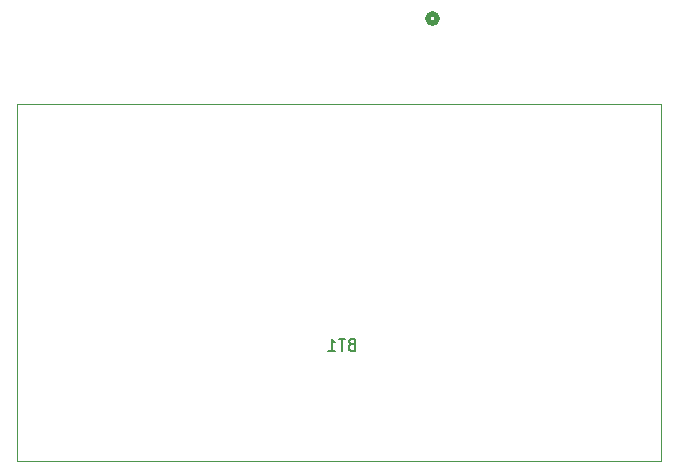
<source format=gbr>
%TF.GenerationSoftware,KiCad,Pcbnew,9.0.0*%
%TF.CreationDate,2025-03-21T22:40:37-06:00*%
%TF.ProjectId,pcb_desgin,7063625f-6465-4736-9769-6e2e6b696361,rev?*%
%TF.SameCoordinates,Original*%
%TF.FileFunction,Legend,Bot*%
%TF.FilePolarity,Positive*%
%FSLAX46Y46*%
G04 Gerber Fmt 4.6, Leading zero omitted, Abs format (unit mm)*
G04 Created by KiCad (PCBNEW 9.0.0) date 2025-03-21 22:40:37*
%MOMM*%
%LPD*%
G01*
G04 APERTURE LIST*
%ADD10C,0.150000*%
%ADD11C,0.508000*%
%ADD12C,0.120000*%
G04 APERTURE END LIST*
D10*
X121135714Y-62431009D02*
X120992857Y-62478628D01*
X120992857Y-62478628D02*
X120945238Y-62526247D01*
X120945238Y-62526247D02*
X120897619Y-62621485D01*
X120897619Y-62621485D02*
X120897619Y-62764342D01*
X120897619Y-62764342D02*
X120945238Y-62859580D01*
X120945238Y-62859580D02*
X120992857Y-62907200D01*
X120992857Y-62907200D02*
X121088095Y-62954819D01*
X121088095Y-62954819D02*
X121469047Y-62954819D01*
X121469047Y-62954819D02*
X121469047Y-61954819D01*
X121469047Y-61954819D02*
X121135714Y-61954819D01*
X121135714Y-61954819D02*
X121040476Y-62002438D01*
X121040476Y-62002438D02*
X120992857Y-62050057D01*
X120992857Y-62050057D02*
X120945238Y-62145295D01*
X120945238Y-62145295D02*
X120945238Y-62240533D01*
X120945238Y-62240533D02*
X120992857Y-62335771D01*
X120992857Y-62335771D02*
X121040476Y-62383390D01*
X121040476Y-62383390D02*
X121135714Y-62431009D01*
X121135714Y-62431009D02*
X121469047Y-62431009D01*
X120611904Y-61954819D02*
X120040476Y-61954819D01*
X120326190Y-62954819D02*
X120326190Y-61954819D01*
X119183333Y-62954819D02*
X119754761Y-62954819D01*
X119469047Y-62954819D02*
X119469047Y-61954819D01*
X119469047Y-61954819D02*
X119564285Y-62097676D01*
X119564285Y-62097676D02*
X119659523Y-62192914D01*
X119659523Y-62192914D02*
X119754761Y-62240533D01*
D11*
%TO.C,J1*%
X128372000Y-34836100D02*
G75*
G02*
X127610000Y-34836100I-381000J0D01*
G01*
X127610000Y-34836100D02*
G75*
G02*
X128372000Y-34836100I381000J0D01*
G01*
D12*
%TO.C,BT1*%
X92800000Y-42100000D02*
X92800000Y-72300000D01*
X92800000Y-72300000D02*
X147300000Y-72300000D01*
X147300000Y-42100000D02*
X92800000Y-42100000D01*
X147300000Y-72300000D02*
X147300000Y-42100000D01*
%TD*%
M02*

</source>
